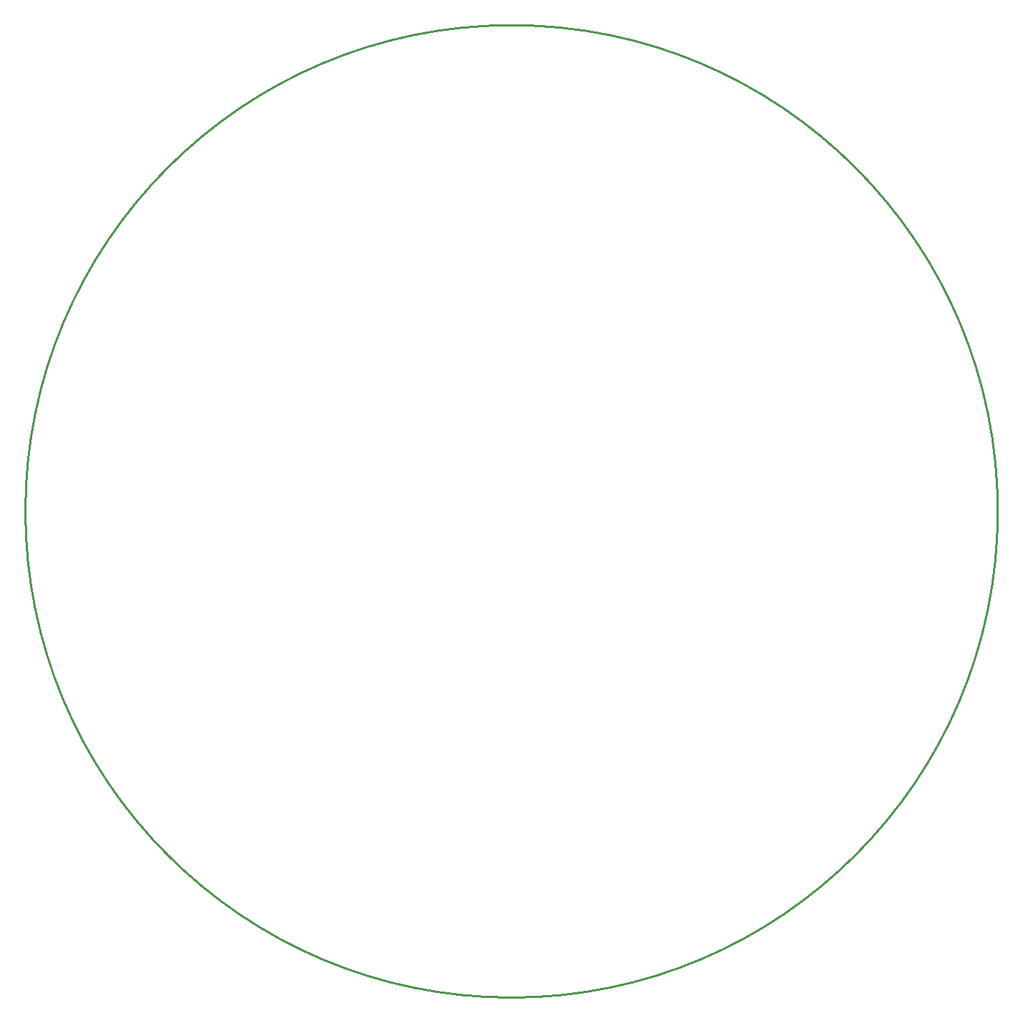
<source format=gbr>
G04 CAM350 V10.2.0 (Build 386) Date:  Sat Feb 01 15:25:50 2025 *
G04 Database: c:\users\comp1\desktop\ajinkya_\gerber data\round 115\round_pcb1.cam *
G04 Layer 45: Layer_45 *
%FSLAX24Y24*%
%MOIN*%
%SFA1.000B1.000*%

%MIA0B0*%
%IPPOS*%
%ADD27C,0.00984*%
%LNLayer_45*%
%LPD*%
G54D27*
X22638Y0D02*
G75*
G03X22638Y0I-22638D01*
M02*

</source>
